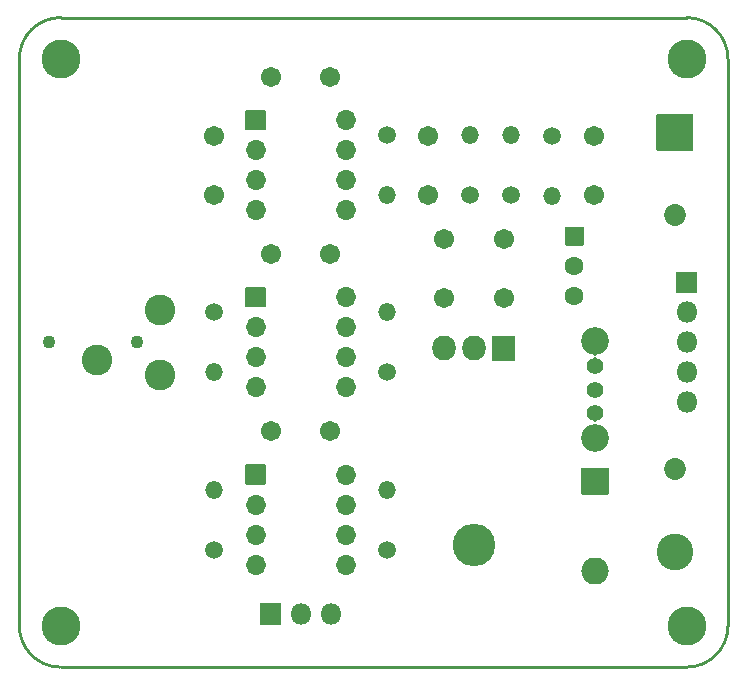
<source format=gbr>
G04 #@! TF.GenerationSoftware,KiCad,Pcbnew,(5.1.8)-1*
G04 #@! TF.CreationDate,2021-01-06T21:55:42-05:00*
G04 #@! TF.ProjectId,ECG_Amplifier,4543475f-416d-4706-9c69-666965722e6b,rev?*
G04 #@! TF.SameCoordinates,Original*
G04 #@! TF.FileFunction,Soldermask,Bot*
G04 #@! TF.FilePolarity,Negative*
%FSLAX46Y46*%
G04 Gerber Fmt 4.6, Leading zero omitted, Abs format (unit mm)*
G04 Created by KiCad (PCBNEW (5.1.8)-1) date 2021-01-06 21:55:42*
%MOMM*%
%LPD*%
G01*
G04 APERTURE LIST*
G04 #@! TA.AperFunction,Profile*
%ADD10C,0.254000*%
G04 #@! TD*
%ADD11C,1.602000*%
%ADD12C,1.402000*%
%ADD13C,2.352000*%
%ADD14C,3.302000*%
%ADD15C,2.602000*%
%ADD16C,1.102000*%
%ADD17O,1.802000X1.802000*%
%ADD18C,1.852000*%
%ADD19C,3.102000*%
%ADD20O,2.007000X2.102000*%
%ADD21O,3.602000X3.602000*%
%ADD22O,1.702000X1.702000*%
%ADD23O,1.502000X1.502000*%
%ADD24C,1.502000*%
%ADD25C,1.702000*%
%ADD26O,2.302000X2.302000*%
%ADD27C,0.150000*%
G04 APERTURE END LIST*
D10*
X126500000Y-127500000D02*
G75*
G03*
X130000000Y-124000000I0J3500000D01*
G01*
X130000000Y-76000000D02*
G75*
G03*
X126500000Y-72500000I-3500000J0D01*
G01*
X70000000Y-124000000D02*
G75*
G03*
X73500000Y-127500000I3500000J0D01*
G01*
X73500000Y-72500000D02*
G75*
G03*
X70000000Y-76000000I0J-3500000D01*
G01*
X70000000Y-76000000D02*
X70000000Y-124000000D01*
X130000000Y-76000000D02*
X130000000Y-124000000D01*
X73500000Y-127500000D02*
X126500000Y-127500000D01*
X73500000Y-72500000D02*
X126500000Y-72500000D01*
X126500000Y-127500000D02*
G75*
G03*
X130000000Y-124000000I0J3500000D01*
G01*
X130000000Y-76000000D02*
G75*
G03*
X126500000Y-72500000I-3500000J0D01*
G01*
X70000000Y-124000000D02*
G75*
G03*
X73500000Y-127500000I3500000J0D01*
G01*
X73500000Y-72500000D02*
G75*
G03*
X70000000Y-76000000I0J-3500000D01*
G01*
X70000000Y-76000000D02*
X70000000Y-124000000D01*
X130000000Y-76000000D02*
X130000000Y-124000000D01*
X73500000Y-127500000D02*
X126500000Y-127500000D01*
X73500000Y-72500000D02*
X126500000Y-72500000D01*
G36*
G01*
X116250000Y-90199000D02*
X117750000Y-90199000D01*
G75*
G02*
X117801000Y-90250000I0J-51000D01*
G01*
X117801000Y-91750000D01*
G75*
G02*
X117750000Y-91801000I-51000J0D01*
G01*
X116250000Y-91801000D01*
G75*
G02*
X116199000Y-91750000I0J51000D01*
G01*
X116199000Y-90250000D01*
G75*
G02*
X116250000Y-90199000I51000J0D01*
G01*
G37*
D11*
X117000000Y-96080000D03*
X117000000Y-93540000D03*
D12*
X118750000Y-104000000D03*
D13*
X118750000Y-99900000D03*
X118750000Y-108100000D03*
D12*
X118750000Y-106000000D03*
X118750000Y-102000000D03*
D14*
X126500000Y-124000000D03*
X73500000Y-124000000D03*
X126500000Y-76000000D03*
X73500000Y-76000000D03*
D15*
X81900000Y-102750000D03*
X81900000Y-97250000D03*
X76600000Y-101500000D03*
D16*
X80000000Y-100000000D03*
X72500000Y-100000000D03*
D17*
X126500000Y-105080000D03*
X126500000Y-102540000D03*
X126500000Y-100000000D03*
X126500000Y-97460000D03*
G36*
G01*
X125599000Y-95770000D02*
X125599000Y-94070000D01*
G75*
G02*
X125650000Y-94019000I51000J0D01*
G01*
X127350000Y-94019000D01*
G75*
G02*
X127401000Y-94070000I0J-51000D01*
G01*
X127401000Y-95770000D01*
G75*
G02*
X127350000Y-95821000I-51000J0D01*
G01*
X125650000Y-95821000D01*
G75*
G02*
X125599000Y-95770000I0J51000D01*
G01*
G37*
D18*
X125500000Y-110750000D03*
D19*
X125500000Y-117750000D03*
D18*
X125500000Y-89250000D03*
G36*
G01*
X127000000Y-83801000D02*
X124000000Y-83801000D01*
G75*
G02*
X123949000Y-83750000I0J51000D01*
G01*
X123949000Y-80750000D01*
G75*
G02*
X124000000Y-80699000I51000J0D01*
G01*
X127000000Y-80699000D01*
G75*
G02*
X127051000Y-80750000I0J-51000D01*
G01*
X127051000Y-83750000D01*
G75*
G02*
X127000000Y-83801000I-51000J0D01*
G01*
G37*
D20*
X105920000Y-100500000D03*
X108460000Y-100500000D03*
G36*
G01*
X112003500Y-99500000D02*
X112003500Y-101500000D01*
G75*
G02*
X111952500Y-101551000I-51000J0D01*
G01*
X110047500Y-101551000D01*
G75*
G02*
X109996500Y-101500000I0J51000D01*
G01*
X109996500Y-99500000D01*
G75*
G02*
X110047500Y-99449000I51000J0D01*
G01*
X111952500Y-99449000D01*
G75*
G02*
X112003500Y-99500000I0J-51000D01*
G01*
G37*
D21*
X108460000Y-117160000D03*
D22*
X97620000Y-81190000D03*
X90000000Y-88810000D03*
X97620000Y-83730000D03*
X90000000Y-86270000D03*
X97620000Y-86270000D03*
X90000000Y-83730000D03*
X97620000Y-88810000D03*
G36*
G01*
X89149000Y-81990000D02*
X89149000Y-80390000D01*
G75*
G02*
X89200000Y-80339000I51000J0D01*
G01*
X90800000Y-80339000D01*
G75*
G02*
X90851000Y-80390000I0J-51000D01*
G01*
X90851000Y-81990000D01*
G75*
G02*
X90800000Y-82041000I-51000J0D01*
G01*
X89200000Y-82041000D01*
G75*
G02*
X89149000Y-81990000I0J51000D01*
G01*
G37*
X97620000Y-96190000D03*
X90000000Y-103810000D03*
X97620000Y-98730000D03*
X90000000Y-101270000D03*
X97620000Y-101270000D03*
X90000000Y-98730000D03*
X97620000Y-103810000D03*
G36*
G01*
X89149000Y-96990000D02*
X89149000Y-95390000D01*
G75*
G02*
X89200000Y-95339000I51000J0D01*
G01*
X90800000Y-95339000D01*
G75*
G02*
X90851000Y-95390000I0J-51000D01*
G01*
X90851000Y-96990000D01*
G75*
G02*
X90800000Y-97041000I-51000J0D01*
G01*
X89200000Y-97041000D01*
G75*
G02*
X89149000Y-96990000I0J51000D01*
G01*
G37*
D23*
X101120000Y-87540000D03*
D24*
X101120000Y-82460000D03*
D22*
X97620000Y-111190000D03*
X90000000Y-118810000D03*
X97620000Y-113730000D03*
X90000000Y-116270000D03*
X97620000Y-116270000D03*
X90000000Y-113730000D03*
X97620000Y-118810000D03*
G36*
G01*
X89149000Y-111990000D02*
X89149000Y-110390000D01*
G75*
G02*
X89200000Y-110339000I51000J0D01*
G01*
X90800000Y-110339000D01*
G75*
G02*
X90851000Y-110390000I0J-51000D01*
G01*
X90851000Y-111990000D01*
G75*
G02*
X90800000Y-112041000I-51000J0D01*
G01*
X89200000Y-112041000D01*
G75*
G02*
X89149000Y-111990000I0J51000D01*
G01*
G37*
G36*
G01*
X92120000Y-123901000D02*
X90420000Y-123901000D01*
G75*
G02*
X90369000Y-123850000I0J51000D01*
G01*
X90369000Y-122150000D01*
G75*
G02*
X90420000Y-122099000I51000J0D01*
G01*
X92120000Y-122099000D01*
G75*
G02*
X92171000Y-122150000I0J-51000D01*
G01*
X92171000Y-123850000D01*
G75*
G02*
X92120000Y-123901000I-51000J0D01*
G01*
G37*
D17*
X93810000Y-123000000D03*
X96350000Y-123000000D03*
D23*
X86500000Y-112460000D03*
D24*
X86500000Y-117540000D03*
D23*
X101120000Y-112460000D03*
D24*
X101120000Y-117540000D03*
D23*
X101120000Y-97460000D03*
D24*
X101120000Y-102540000D03*
D23*
X86500000Y-102540000D03*
D24*
X86500000Y-97460000D03*
D25*
X91310000Y-107500000D03*
X96310000Y-107500000D03*
D23*
X115120000Y-87620000D03*
D24*
X115120000Y-82540000D03*
D23*
X108120000Y-82460000D03*
D24*
X108120000Y-87540000D03*
D23*
X111620000Y-82460000D03*
D24*
X111620000Y-87540000D03*
D26*
X118750000Y-119370000D03*
G36*
G01*
X117650000Y-110599000D02*
X119850000Y-110599000D01*
G75*
G02*
X119901000Y-110650000I0J-51000D01*
G01*
X119901000Y-112850000D01*
G75*
G02*
X119850000Y-112901000I-51000J0D01*
G01*
X117650000Y-112901000D01*
G75*
G02*
X117599000Y-112850000I0J51000D01*
G01*
X117599000Y-110650000D01*
G75*
G02*
X117650000Y-110599000I51000J0D01*
G01*
G37*
D25*
X105920000Y-91250000D03*
X105920000Y-96250000D03*
X111000000Y-91250000D03*
X111000000Y-96250000D03*
X118620000Y-87500000D03*
X118620000Y-82500000D03*
X91310000Y-77500000D03*
X96310000Y-77500000D03*
X104620000Y-82500000D03*
X104620000Y-87500000D03*
X86500000Y-87500000D03*
X86500000Y-82500000D03*
X91310000Y-92500000D03*
X96310000Y-92500000D03*
D27*
G36*
X118867605Y-106686878D02*
G01*
X118867995Y-106688840D01*
X118866682Y-106690111D01*
X118849294Y-106695386D01*
X118828031Y-106706751D01*
X118809394Y-106722046D01*
X118794098Y-106740683D01*
X118782733Y-106761946D01*
X118775733Y-106785021D01*
X118773370Y-106809012D01*
X118775733Y-106833004D01*
X118782733Y-106856079D01*
X118794098Y-106877342D01*
X118809393Y-106895979D01*
X118828030Y-106911275D01*
X118849293Y-106922640D01*
X118866683Y-106927915D01*
X118868050Y-106929375D01*
X118867469Y-106931289D01*
X118865712Y-106931791D01*
X118865069Y-106931663D01*
X118634931Y-106931663D01*
X118634287Y-106931791D01*
X118632393Y-106931148D01*
X118632003Y-106929186D01*
X118633316Y-106927915D01*
X118650706Y-106922640D01*
X118671970Y-106911275D01*
X118690607Y-106895979D01*
X118705902Y-106877342D01*
X118717267Y-106856079D01*
X118724267Y-106833004D01*
X118726630Y-106809012D01*
X118724267Y-106785022D01*
X118717267Y-106761947D01*
X118705902Y-106740683D01*
X118690606Y-106722046D01*
X118671969Y-106706751D01*
X118650706Y-106695386D01*
X118633318Y-106690111D01*
X118631951Y-106688651D01*
X118632532Y-106686737D01*
X118634289Y-106686235D01*
X118681489Y-106695624D01*
X118818511Y-106695624D01*
X118865711Y-106686235D01*
X118867605Y-106686878D01*
G37*
G36*
X118867607Y-101068852D02*
G01*
X118867997Y-101070814D01*
X118866684Y-101072085D01*
X118849294Y-101077360D01*
X118828030Y-101088725D01*
X118809393Y-101104021D01*
X118794098Y-101122658D01*
X118782733Y-101143921D01*
X118775733Y-101166996D01*
X118773370Y-101190987D01*
X118775733Y-101214978D01*
X118782733Y-101238053D01*
X118794098Y-101259317D01*
X118809394Y-101277954D01*
X118828031Y-101293249D01*
X118849294Y-101304614D01*
X118866682Y-101309889D01*
X118868049Y-101311349D01*
X118867468Y-101313263D01*
X118865711Y-101313765D01*
X118818511Y-101304376D01*
X118681489Y-101304376D01*
X118634289Y-101313765D01*
X118632395Y-101313122D01*
X118632005Y-101311160D01*
X118633318Y-101309889D01*
X118650706Y-101304614D01*
X118671969Y-101293249D01*
X118690606Y-101277954D01*
X118705902Y-101259317D01*
X118717267Y-101238054D01*
X118724267Y-101214979D01*
X118726630Y-101190987D01*
X118724267Y-101166996D01*
X118717267Y-101143921D01*
X118705902Y-101122658D01*
X118690607Y-101104021D01*
X118671970Y-101088725D01*
X118650707Y-101077360D01*
X118633317Y-101072085D01*
X118631950Y-101070625D01*
X118632531Y-101068711D01*
X118634288Y-101068209D01*
X118634931Y-101068337D01*
X118865069Y-101068337D01*
X118865713Y-101068209D01*
X118867607Y-101068852D01*
G37*
M02*

</source>
